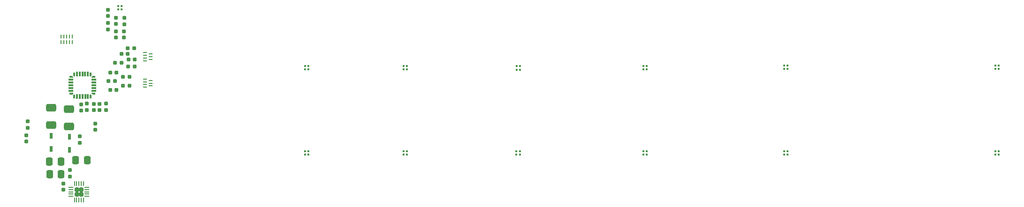
<source format=gtp>
G04 #@! TF.GenerationSoftware,KiCad,Pcbnew,7.0.1*
G04 #@! TF.CreationDate,2023-10-11T19:04:08-05:00*
G04 #@! TF.ProjectId,FLED_Board,464c4544-5f42-46f6-9172-642e6b696361,1*
G04 #@! TF.SameCoordinates,Original*
G04 #@! TF.FileFunction,Paste,Top*
G04 #@! TF.FilePolarity,Positive*
%FSLAX46Y46*%
G04 Gerber Fmt 4.6, Leading zero omitted, Abs format (unit mm)*
G04 Created by KiCad (PCBNEW 7.0.1) date 2023-10-11 19:04:08*
%MOMM*%
%LPD*%
G01*
G04 APERTURE LIST*
G04 Aperture macros list*
%AMRoundRect*
0 Rectangle with rounded corners*
0 $1 Rounding radius*
0 $2 $3 $4 $5 $6 $7 $8 $9 X,Y pos of 4 corners*
0 Add a 4 corners polygon primitive as box body*
4,1,4,$2,$3,$4,$5,$6,$7,$8,$9,$2,$3,0*
0 Add four circle primitives for the rounded corners*
1,1,$1+$1,$2,$3*
1,1,$1+$1,$4,$5*
1,1,$1+$1,$6,$7*
1,1,$1+$1,$8,$9*
0 Add four rect primitives between the rounded corners*
20,1,$1+$1,$2,$3,$4,$5,0*
20,1,$1+$1,$4,$5,$6,$7,0*
20,1,$1+$1,$6,$7,$8,$9,0*
20,1,$1+$1,$8,$9,$2,$3,0*%
%AMFreePoly0*
4,1,20,0.183918,0.148406,0.199736,0.141903,0.364236,-0.021737,0.364260,-0.021795,0.364320,-0.021820,0.370918,-0.037749,0.377500,-0.053522,0.377475,-0.053581,0.377500,-0.053640,0.377500,-0.100000,0.364320,-0.131820,0.332500,-0.145000,-0.332500,-0.145000,-0.364320,-0.131820,-0.377500,-0.100000,-0.377500,0.110000,-0.364320,0.141820,-0.332500,0.155000,0.168000,0.155000,0.183918,0.148406,
0.183918,0.148406,$1*%
%AMFreePoly1*
4,1,20,0.364320,0.131820,0.377500,0.100000,0.377500,0.053640,0.377475,0.053581,0.377500,0.053522,0.370918,0.037749,0.364320,0.021820,0.364260,0.021795,0.364236,0.021737,0.199736,-0.141903,0.183918,-0.148406,0.168000,-0.155000,-0.332500,-0.155000,-0.364320,-0.141820,-0.377500,-0.110000,-0.377500,0.100000,-0.364320,0.131820,-0.332500,0.145000,0.332500,0.145000,0.364320,0.131820,
0.364320,0.131820,$1*%
%AMFreePoly2*
4,1,20,0.138284,0.360784,0.150000,0.332500,0.150000,-0.332500,0.138284,-0.360784,0.110000,-0.372500,-0.110000,-0.372500,-0.138284,-0.360784,-0.150000,-0.332500,-0.150000,0.168000,-0.144102,0.182237,-0.138358,0.196210,0.025282,0.360710,0.025334,0.360731,0.025356,0.360784,0.039384,0.366595,0.053535,0.372500,0.053587,0.372478,0.053640,0.372500,0.110000,0.372500,0.138284,0.360784,
0.138284,0.360784,$1*%
%AMFreePoly3*
4,1,20,-0.052877,0.377184,-0.052105,0.377474,-0.037072,0.370637,-0.021820,0.364320,-0.021504,0.363557,-0.020753,0.363216,0.132887,0.198716,0.138682,0.183251,0.145000,0.168000,0.145000,-0.332500,0.131820,-0.364320,0.100000,-0.377500,-0.110000,-0.377500,-0.141820,-0.364320,-0.155000,-0.332500,-0.155000,0.332500,-0.141820,0.364320,-0.110000,0.377500,-0.053640,0.377500,-0.052877,0.377184,
-0.052877,0.377184,$1*%
%AMFreePoly4*
4,1,20,0.364320,0.131820,0.377500,0.100000,0.377500,-0.110000,0.364320,-0.141820,0.332500,-0.155000,-0.168000,-0.155000,-0.183918,-0.148406,-0.199736,-0.141903,-0.364236,0.021737,-0.364260,0.021795,-0.364320,0.021820,-0.370918,0.037749,-0.377500,0.053522,-0.377475,0.053581,-0.377500,0.053640,-0.377500,0.100000,-0.364320,0.131820,-0.332500,0.145000,0.332500,0.145000,0.364320,0.131820,
0.364320,0.131820,$1*%
%AMFreePoly5*
4,1,20,0.364320,0.141820,0.377500,0.110000,0.377500,-0.100000,0.364320,-0.131820,0.332500,-0.145000,-0.332500,-0.145000,-0.364320,-0.131820,-0.377500,-0.100000,-0.377500,-0.053640,-0.377475,-0.053581,-0.377500,-0.053522,-0.370918,-0.037749,-0.364320,-0.021820,-0.364260,-0.021795,-0.364236,-0.021737,-0.199736,0.141903,-0.183918,0.148406,-0.168000,0.155000,0.332500,0.155000,0.364320,0.141820,
0.364320,0.141820,$1*%
%AMFreePoly6*
4,1,20,0.131820,0.364320,0.145000,0.332500,0.145000,-0.168000,0.138682,-0.183251,0.132887,-0.198716,-0.020753,-0.363216,-0.021504,-0.363557,-0.021820,-0.364320,-0.037072,-0.370637,-0.052105,-0.377474,-0.052877,-0.377184,-0.053640,-0.377500,-0.110000,-0.377500,-0.141820,-0.364320,-0.155000,-0.332500,-0.155000,0.332500,-0.141820,0.364320,-0.110000,0.377500,0.100000,0.377500,0.131820,0.364320,
0.131820,0.364320,$1*%
%AMFreePoly7*
4,1,20,0.131820,0.364320,0.145000,0.332500,0.145000,-0.332500,0.131820,-0.364320,0.100000,-0.377500,0.053640,-0.377500,0.053581,-0.377475,0.053522,-0.377500,0.037749,-0.370918,0.021820,-0.364320,0.021795,-0.364260,0.021737,-0.364236,-0.141903,-0.199736,-0.148406,-0.183918,-0.155000,-0.168000,-0.155000,0.332500,-0.141820,0.364320,-0.110000,0.377500,0.100000,0.377500,0.131820,0.364320,
0.131820,0.364320,$1*%
G04 Aperture macros list end*
%ADD10R,0.400000X0.400000*%
%ADD11RoundRect,0.155000X0.212500X0.155000X-0.212500X0.155000X-0.212500X-0.155000X0.212500X-0.155000X0*%
%ADD12RoundRect,0.155000X-0.212500X-0.155000X0.212500X-0.155000X0.212500X0.155000X-0.212500X0.155000X0*%
%ADD13RoundRect,0.155000X0.155000X-0.212500X0.155000X0.212500X-0.155000X0.212500X-0.155000X-0.212500X0*%
%ADD14RoundRect,0.250000X-0.650000X0.412500X-0.650000X-0.412500X0.650000X-0.412500X0.650000X0.412500X0*%
%ADD15R,0.500000X1.100000*%
%ADD16R,0.700000X0.200000*%
%ADD17FreePoly0,90.000000*%
%ADD18RoundRect,0.075000X0.075000X-0.362500X0.075000X0.362500X-0.075000X0.362500X-0.075000X-0.362500X0*%
%ADD19FreePoly1,90.000000*%
%ADD20FreePoly2,90.000000*%
%ADD21RoundRect,0.075000X0.362500X-0.075000X0.362500X0.075000X-0.362500X0.075000X-0.362500X-0.075000X0*%
%ADD22FreePoly3,90.000000*%
%ADD23FreePoly4,90.000000*%
%ADD24FreePoly5,90.000000*%
%ADD25FreePoly6,90.000000*%
%ADD26FreePoly7,90.000000*%
%ADD27RoundRect,0.155000X-0.155000X0.212500X-0.155000X-0.212500X0.155000X-0.212500X0.155000X0.212500X0*%
%ADD28RoundRect,0.250000X0.337500X0.475000X-0.337500X0.475000X-0.337500X-0.475000X0.337500X-0.475000X0*%
%ADD29RoundRect,0.200000X-0.200000X-0.200000X0.200000X-0.200000X0.200000X0.200000X-0.200000X0.200000X0*%
%ADD30RoundRect,0.055000X-0.350000X-0.055000X0.350000X-0.055000X0.350000X0.055000X-0.350000X0.055000X0*%
%ADD31RoundRect,0.055000X-0.055000X-0.350000X0.055000X-0.350000X0.055000X0.350000X-0.055000X0.350000X0*%
%ADD32RoundRect,0.250000X-0.337500X-0.475000X0.337500X-0.475000X0.337500X0.475000X-0.337500X0.475000X0*%
%ADD33R,0.250000X0.725000*%
%ADD34R,0.250000X0.775000*%
G04 APERTURE END LIST*
D10*
X258917200Y-32555000D03*
X258917200Y-33155000D03*
X259517200Y-33155000D03*
X259517200Y-32555000D03*
D11*
X138478200Y-36916400D03*
X137343200Y-36916400D03*
D12*
X140509900Y-29423800D03*
X141644900Y-29423800D03*
D10*
X297617200Y-33155000D03*
X297617200Y-32555000D03*
X297017200Y-32555000D03*
X297017200Y-33155000D03*
X258917200Y-48655000D03*
X259517200Y-48655000D03*
X259517200Y-48055000D03*
X258917200Y-48055000D03*
D13*
X136576200Y-40549300D03*
X136576200Y-39414300D03*
X136911400Y-26003100D03*
X136911400Y-24868100D03*
D14*
X126678800Y-40182500D03*
X126678800Y-43307500D03*
D10*
X297617200Y-48055000D03*
X297017200Y-48055000D03*
X297017200Y-48655000D03*
X297617200Y-48655000D03*
X172467200Y-33205000D03*
X173067200Y-33205000D03*
X173067200Y-32605000D03*
X172467200Y-32605000D03*
D13*
X139781600Y-27485000D03*
X139781600Y-26350000D03*
D10*
X190267200Y-48055000D03*
X190267200Y-48655000D03*
X190867200Y-48655000D03*
X190867200Y-48055000D03*
D15*
X126704200Y-47570200D03*
X126704200Y-45270200D03*
D16*
X143625700Y-34960600D03*
X143625700Y-35460600D03*
X143625700Y-35960600D03*
X143625700Y-36460600D03*
X144625700Y-36210600D03*
X144625700Y-35710600D03*
X144625700Y-35210600D03*
D17*
X130819000Y-38085600D03*
D18*
X131314000Y-38135600D03*
X131814000Y-38135600D03*
X132314000Y-38135600D03*
X132814000Y-38135600D03*
X133314000Y-38135600D03*
D19*
X133809000Y-38085600D03*
D20*
X134294000Y-37610600D03*
D21*
X134349000Y-37105600D03*
X134349000Y-36605600D03*
X134349000Y-36105600D03*
X134349000Y-35605600D03*
X134349000Y-35105600D03*
D22*
X134299000Y-34600600D03*
D23*
X133804000Y-34105600D03*
D18*
X133309000Y-34055600D03*
X132809000Y-34055600D03*
X132309000Y-34055600D03*
X131809000Y-34055600D03*
X131309000Y-34055600D03*
D24*
X130814000Y-34105600D03*
D25*
X130319000Y-34600600D03*
D21*
X130269000Y-35105600D03*
X130269000Y-35605600D03*
X130269000Y-36105600D03*
X130269000Y-36605600D03*
X130269000Y-37105600D03*
D26*
X130319000Y-37600600D03*
D13*
X138333800Y-25029200D03*
X138333800Y-23894200D03*
D11*
X138478200Y-33766800D03*
X137343200Y-33766800D03*
D27*
X130058500Y-51428300D03*
X130058500Y-52563300D03*
D12*
X140586100Y-32700400D03*
X141721100Y-32700400D03*
X139366900Y-30414400D03*
X140501900Y-30414400D03*
D16*
X143582200Y-30180000D03*
X143582200Y-30680000D03*
X143582200Y-31180000D03*
X143582200Y-31680000D03*
X144582200Y-31430000D03*
X144582200Y-30930000D03*
X144582200Y-30430000D03*
D13*
X131856800Y-46475500D03*
X131856800Y-45340500D03*
D14*
X129926400Y-40439300D03*
X129926400Y-43564300D03*
D13*
X136911400Y-23564700D03*
X136911400Y-22429700D03*
D12*
X138223900Y-32065400D03*
X139358900Y-32065400D03*
D28*
X133177300Y-49613600D03*
X131102300Y-49613600D03*
D13*
X122154000Y-46246900D03*
X122154000Y-45111900D03*
X134341000Y-40574700D03*
X134341000Y-39439700D03*
D10*
X234117200Y-48055000D03*
X233517200Y-48055000D03*
X233517200Y-48655000D03*
X234117200Y-48655000D03*
X211267200Y-33255000D03*
X211267200Y-32655000D03*
X210667200Y-32655000D03*
X210667200Y-33255000D03*
D13*
X133096400Y-40558000D03*
X133096400Y-39423000D03*
D29*
X131292600Y-54981200D03*
X131292600Y-55781200D03*
X132092600Y-54981200D03*
X132092600Y-55781200D03*
D30*
X130217600Y-54571200D03*
X130217600Y-54971200D03*
X130217600Y-55371200D03*
X130217600Y-55771200D03*
X130217600Y-56171200D03*
D31*
X130882600Y-56806200D03*
X131282600Y-56806200D03*
X131682600Y-56806200D03*
X132082600Y-56806200D03*
X132482600Y-56806200D03*
D30*
X133142600Y-56171200D03*
X133142600Y-55771200D03*
X133142600Y-55371200D03*
X133142600Y-54971200D03*
X133142600Y-54571200D03*
D31*
X132482600Y-53906200D03*
X132082600Y-53906200D03*
X131682600Y-53906200D03*
X131282600Y-53906200D03*
X130882600Y-53906200D03*
D13*
X135407800Y-40574700D03*
X135407800Y-39439700D03*
X132105800Y-40658900D03*
X132105800Y-39523900D03*
X134625400Y-44147400D03*
X134625400Y-43012400D03*
D10*
X234117200Y-33205000D03*
X234117200Y-32605000D03*
X233517200Y-32605000D03*
X233517200Y-33205000D03*
X138745000Y-21757400D03*
X138745000Y-22357400D03*
X139345000Y-22357400D03*
X139345000Y-21757400D03*
D32*
X126408700Y-52148200D03*
X128483700Y-52148200D03*
D15*
X129980800Y-47743800D03*
X129980800Y-45443800D03*
D13*
X139857400Y-25072400D03*
X139857400Y-23937400D03*
D27*
X122433400Y-42648100D03*
X122433400Y-43783100D03*
D11*
X140789600Y-34528800D03*
X139654600Y-34528800D03*
D12*
X140611500Y-31430400D03*
X141746500Y-31430400D03*
D11*
X140789600Y-36154400D03*
X139654600Y-36154400D03*
D33*
X130443800Y-27302500D03*
X129943800Y-27302500D03*
X129443800Y-27302500D03*
X128943800Y-27302500D03*
X128443800Y-27302500D03*
D34*
X128443800Y-28302500D03*
X128943800Y-28302500D03*
X129443800Y-28302500D03*
X129943800Y-28302500D03*
X130443800Y-28302500D03*
D10*
X190267200Y-32605000D03*
X190267200Y-33205000D03*
X190867200Y-33205000D03*
X190867200Y-32605000D03*
D13*
X128864700Y-54976300D03*
X128864700Y-53841300D03*
X138359200Y-27485000D03*
X138359200Y-26350000D03*
D11*
X138152200Y-35367000D03*
X137017200Y-35367000D03*
D10*
X173067200Y-48055000D03*
X172467200Y-48055000D03*
X172467200Y-48655000D03*
X173067200Y-48655000D03*
D32*
X126370400Y-49895800D03*
X128445400Y-49895800D03*
D10*
X210617200Y-48055000D03*
X210617200Y-48655000D03*
X211217200Y-48655000D03*
X211217200Y-48055000D03*
M02*

</source>
